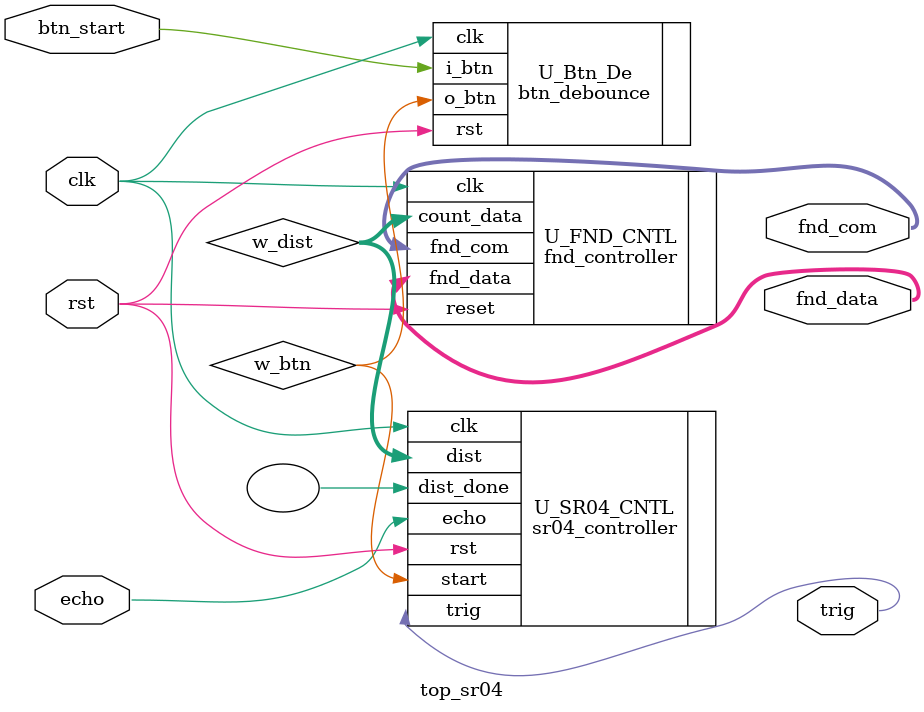
<source format=v>
`timescale 1ns / 1ps

module top_sr04 (
    input clk,
    input rst,
    input btn_start,
    input echo,
    output trig,
    output [7:0] fnd_data,
    output [3:0] fnd_com
);

    wire [9:0] w_dist;
    wire w_btn;

    btn_debounce U_Btn_De (
        .clk  (clk),
        .rst  (rst),
        .i_btn(btn_start),
        .o_btn(w_btn)
    );

    sr04_controller U_SR04_CNTL (
        .clk(clk),
        .rst(rst),
        .start(w_btn),
        .echo(echo),
        .trig(trig),
        .dist(w_dist),
        .dist_done()
    );

    fnd_controller U_FND_CNTL (
        .clk(clk),
        .reset(rst),
        .count_data(w_dist),
        .fnd_data(fnd_data),
        .fnd_com(fnd_com)
    );

endmodule

</source>
